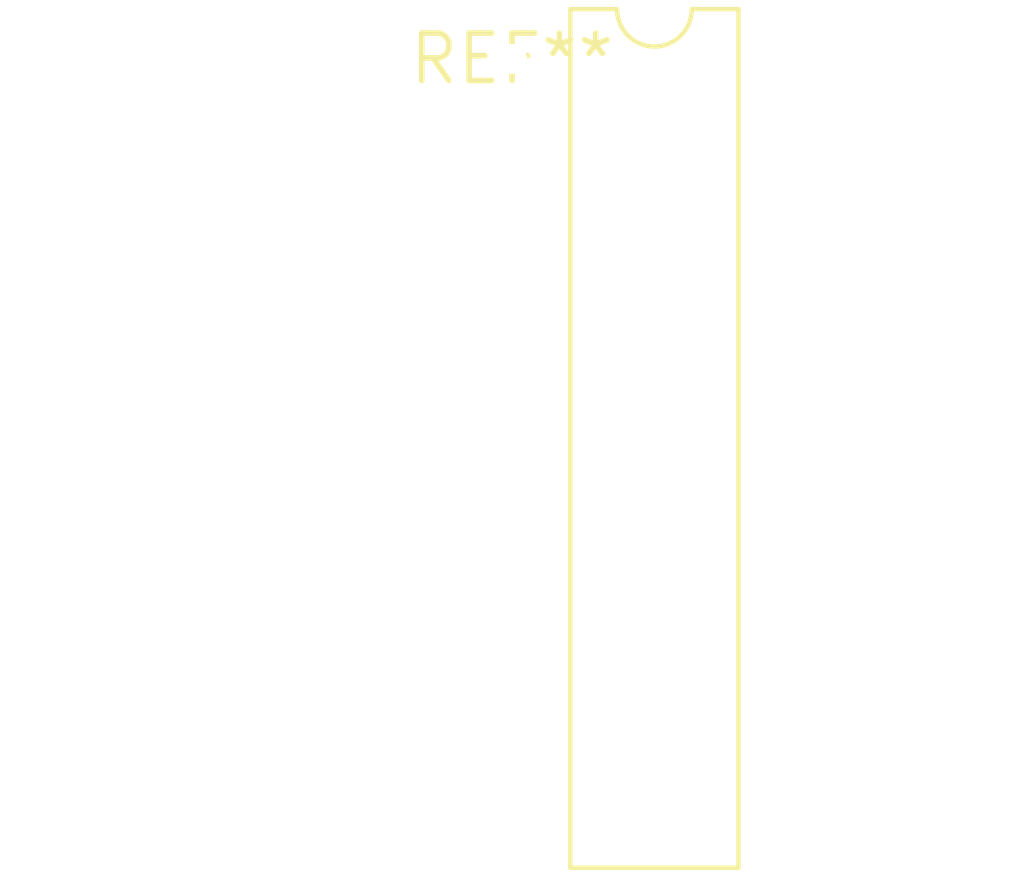
<source format=kicad_pcb>
(kicad_pcb (version 20240108) (generator pcbnew)
  (layers (0 "F.Cu" signal) (31 "B.Cu" signal) (34 "B.Paste" user) (35 "F.Paste" user) (36 "B.SilkS" user "B.Silkscreen") (37 "F.SilkS" user "F.Silkscreen") (38 "B.Mask" user) (39 "F.Mask" user) (44 "Edge.Cuts" user))
  (net 0 "")
  (footprint "DIP-18_W7.62mm_LongPads" (layer "F.Cu") (at 0 0)
    (property "Reference" "REF**")
    (property "Value" "DIP-18_W7.62mm_LongPads")
    (fp_line (start 1.56 -1.33) (end 1.56 21.65) (layer "F.SilkS") (stroke (width 0.12)))
    (fp_line (start 1.56 21.65) (end 6.06 21.65) (layer "F.SilkS") (stroke (width 0.12)))
    (fp_line (start 2.81 -1.33) (end 1.56 -1.33) (layer "F.SilkS") (stroke (width 0.12)))
    (fp_line (start 6.06 -1.33) (end 4.81 -1.33) (layer "F.SilkS") (stroke (width 0.12)))
    (fp_line (start 6.06 21.65) (end 6.06 -1.33) (layer "F.SilkS") (stroke (width 0.12)))
    (fp_arc (start 4.81 -1.33) (mid 3.81 -0.33) (end 2.81 -1.33) (layer "F.SilkS") (stroke (width 0.12)))
    (pad "1" thru_hole rect (at 0 0) (size 2.4 1.6) (drill 0.8) (layers *.Cu *.Mask) (remove_unused_layers))
    (pad "2" thru_hole oval (at 0 2.54) (size 2.4 1.6) (drill 0.8) (layers *.Cu *.Mask) (remove_unused_layers))
    (pad "3" thru_hole oval (at 0 5.08) (size 2.4 1.6) (drill 0.8) (layers *.Cu *.Mask) (remove_unused_layers))
    (pad "4" thru_hole oval (at 0 7.62) (size 2.4 1.6) (drill 0.8) (layers *.Cu *.Mask) (remove_unused_layers))
    (pad "5" thru_hole oval (at 0 10.16) (size 2.4 1.6) (drill 0.8) (layers *.Cu *.Mask) (remove_unused_layers))
    (pad "6" thru_hole oval (at 0 12.7) (size 2.4 1.6) (drill 0.8) (layers *.Cu *.Mask) (remove_unused_layers))
    (pad "7" thru_hole oval (at 0 15.24) (size 2.4 1.6) (drill 0.8) (layers *.Cu *.Mask) (remove_unused_layers))
    (pad "8" thru_hole oval (at 0 17.78) (size 2.4 1.6) (drill 0.8) (layers *.Cu *.Mask) (remove_unused_layers))
    (pad "9" thru_hole oval (at 0 20.32) (size 2.4 1.6) (drill 0.8) (layers *.Cu *.Mask) (remove_unused_layers))
    (pad "10" thru_hole oval (at 7.62 20.32) (size 2.4 1.6) (drill 0.8) (layers *.Cu *.Mask) (remove_unused_layers))
    (pad "11" thru_hole oval (at 7.62 17.78) (size 2.4 1.6) (drill 0.8) (layers *.Cu *.Mask) (remove_unused_layers))
    (pad "12" thru_hole oval (at 7.62 15.24) (size 2.4 1.6) (drill 0.8) (layers *.Cu *.Mask) (remove_unused_layers))
    (pad "13" thru_hole oval (at 7.62 12.7) (size 2.4 1.6) (drill 0.8) (layers *.Cu *.Mask) (remove_unused_layers))
    (pad "14" thru_hole oval (at 7.62 10.16) (size 2.4 1.6) (drill 0.8) (layers *.Cu *.Mask) (remove_unused_layers))
    (pad "15" thru_hole oval (at 7.62 7.62) (size 2.4 1.6) (drill 0.8) (layers *.Cu *.Mask) (remove_unused_layers))
    (pad "16" thru_hole oval (at 7.62 5.08) (size 2.4 1.6) (drill 0.8) (layers *.Cu *.Mask) (remove_unused_layers))
    (pad "17" thru_hole oval (at 7.62 2.54) (size 2.4 1.6) (drill 0.8) (layers *.Cu *.Mask) (remove_unused_layers))
    (pad "18" thru_hole oval (at 7.62 0) (size 2.4 1.6) (drill 0.8) (layers *.Cu *.Mask) (remove_unused_layers))
  )
)
</source>
